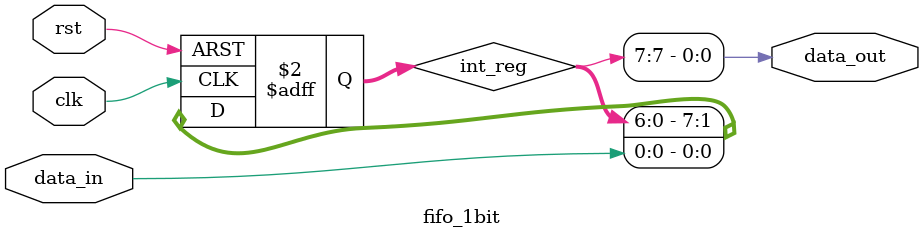
<source format=v>

module fifo_1bit(
	rst,
	clk,
	data_in,
	data_out );

	input rst;
	input clk;
	input data_in;
	output data_out;

	reg[7:0] int_reg;

	assign data_out = int_reg[7];

	always@(posedge clk or posedge rst) begin
		if(rst) begin
			int_reg <= 8'h00;
		end
		else begin
			int_reg[0] <= data_in;
			int_reg[7:1] = int_reg[6:0];
		end
	end 

endmodule

</source>
